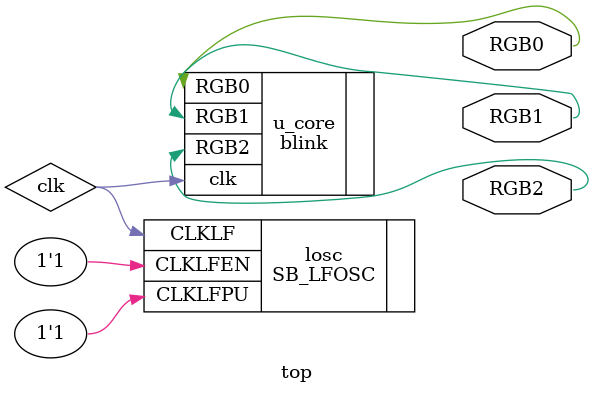
<source format=v>
`timescale 1ns/1ps
`default_nettype none

module top(
  //input  wire clk,
  //input wire rst,
  output reg  RGB0,
  output reg  RGB1,
  output reg  RGB2
);

wire clk;

SB_LFOSC losc (
  .CLKLFEN(1'b1),
  .CLKLFPU(1'b1),
  .CLKLF(clk)
);

blink u_core (
    .clk (clk),
    .RGB0(RGB0),
    .RGB1(RGB1),
    .RGB2(RGB2)
);

endmodule

`default_nettype wire

</source>
